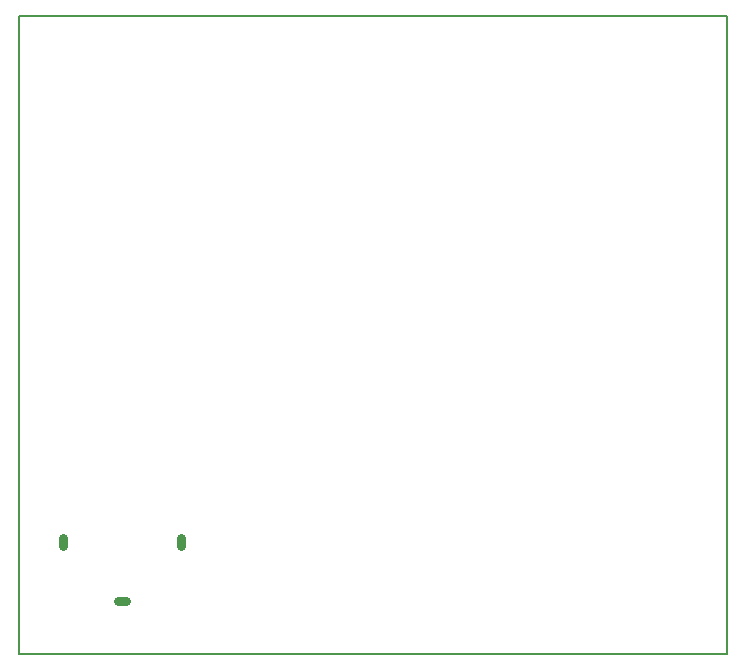
<source format=gm1>
G04 #@! TF.FileFunction,Profile,NP*
%FSLAX46Y46*%
G04 Gerber Fmt 4.6, Leading zero omitted, Abs format (unit mm)*
G04 Created by KiCad (PCBNEW 4.0.7) date 06/19/18 22:22:34*
%MOMM*%
%LPD*%
G01*
G04 APERTURE LIST*
%ADD10C,0.100000*%
%ADD11C,0.800000*%
%ADD12C,0.150000*%
G04 APERTURE END LIST*
D10*
D11*
X146040000Y-116825000D02*
X146740000Y-116825000D01*
X151390000Y-111475000D02*
X151390000Y-112175000D01*
X141390000Y-111475000D02*
X141390000Y-112175000D01*
D12*
X137640000Y-67325000D02*
X197640000Y-67325000D01*
X197640000Y-67325000D02*
X197640000Y-121325000D01*
X137640000Y-121325000D02*
X197640000Y-121325000D01*
X137640000Y-67325000D02*
X137640000Y-121325000D01*
M02*

</source>
